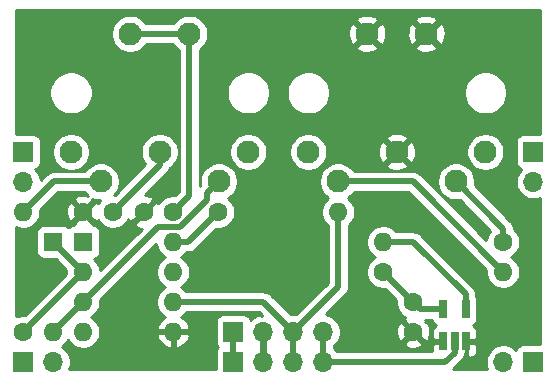
<source format=gbr>
G04 #@! TF.GenerationSoftware,KiCad,Pcbnew,(5.1.5)-3*
G04 #@! TF.CreationDate,2020-09-08T17:50:37-04:00*
G04 #@! TF.ProjectId,breadboard_midi,62726561-6462-46f6-9172-645f6d696469,rev?*
G04 #@! TF.SameCoordinates,Original*
G04 #@! TF.FileFunction,Copper,L1,Top*
G04 #@! TF.FilePolarity,Positive*
%FSLAX46Y46*%
G04 Gerber Fmt 4.6, Leading zero omitted, Abs format (unit mm)*
G04 Created by KiCad (PCBNEW (5.1.5)-3) date 2020-09-08 17:50:37*
%MOMM*%
%LPD*%
G04 APERTURE LIST*
%ADD10O,1.600000X1.600000*%
%ADD11R,1.600000X1.600000*%
%ADD12O,1.700000X1.700000*%
%ADD13R,1.700000X1.700000*%
%ADD14C,1.950000*%
%ADD15R,0.650000X1.560000*%
%ADD16C,1.600000*%
%ADD17C,0.500000*%
%ADD18C,0.254000*%
G04 APERTURE END LIST*
D10*
X129540000Y-111760000D03*
D11*
X129540000Y-104140000D03*
D10*
X139700000Y-104140000D03*
X132080000Y-111760000D03*
X139700000Y-106680000D03*
X132080000Y-109220000D03*
X139700000Y-109220000D03*
X132080000Y-106680000D03*
X139700000Y-111760000D03*
D11*
X132080000Y-104140000D03*
D12*
X129540000Y-114300000D03*
D13*
X127000000Y-114300000D03*
X127000000Y-96520000D03*
D12*
X127000000Y-99060000D03*
D14*
X156130000Y-86520000D03*
X161130000Y-86520000D03*
X166130000Y-96520000D03*
X163630000Y-99020000D03*
X151130000Y-96520000D03*
X153630000Y-99020000D03*
X158630000Y-96520000D03*
D13*
X170180000Y-114300000D03*
D12*
X167640000Y-114300000D03*
X170180000Y-99060000D03*
D13*
X170180000Y-96520000D03*
D15*
X162560000Y-109860000D03*
X164460000Y-109860000D03*
X164460000Y-112560000D03*
X163510000Y-112560000D03*
X162560000Y-112560000D03*
D10*
X167640000Y-106680000D03*
D16*
X157480000Y-106680000D03*
D10*
X157480000Y-104140000D03*
D16*
X167640000Y-104140000D03*
D10*
X127000000Y-101600000D03*
D16*
X127000000Y-111760000D03*
D10*
X153670000Y-101600000D03*
D16*
X143510000Y-101600000D03*
D12*
X152400000Y-111760000D03*
X149860000Y-111760000D03*
X147320000Y-111760000D03*
D13*
X144780000Y-111760000D03*
D12*
X152400000Y-114300000D03*
X149860000Y-114300000D03*
X147320000Y-114300000D03*
D13*
X144780000Y-114300000D03*
D14*
X136050000Y-86520000D03*
X141050000Y-86520000D03*
X146050000Y-96520000D03*
X143550000Y-99020000D03*
X131050000Y-96520000D03*
X133550000Y-99020000D03*
X138550000Y-96520000D03*
D16*
X160020000Y-109260000D03*
X160020000Y-111760000D03*
X137200000Y-101600000D03*
X139700000Y-101600000D03*
X132080000Y-101600000D03*
X134580000Y-101600000D03*
D17*
X147320000Y-114300000D02*
X147320000Y-111760000D01*
X138550000Y-97630000D02*
X138550000Y-96520000D01*
X134580000Y-101600000D02*
X138550000Y-97630000D01*
X136050000Y-86520000D02*
X141050000Y-86520000D01*
X141050000Y-100250000D02*
X141050000Y-86520000D01*
X139700000Y-101600000D02*
X141050000Y-100250000D01*
X157480000Y-106720000D02*
X160020000Y-109260000D01*
X157480000Y-106680000D02*
X157480000Y-106720000D01*
X160620000Y-109860000D02*
X160020000Y-109260000D01*
X162560000Y-109860000D02*
X160620000Y-109860000D01*
X144780000Y-114300000D02*
X144780000Y-111760000D01*
X140970000Y-104140000D02*
X143510000Y-101600000D01*
X139700000Y-104140000D02*
X140970000Y-104140000D01*
X129540000Y-111760000D02*
X132080000Y-109220000D01*
X138410001Y-102889999D02*
X132879999Y-108420001D01*
X142575001Y-100575001D02*
X140260003Y-102889999D01*
X132879999Y-108420001D02*
X132080000Y-109220000D01*
X142575001Y-99994999D02*
X142575001Y-100575001D01*
X140260003Y-102889999D02*
X138410001Y-102889999D01*
X143550000Y-99020000D02*
X142575001Y-99994999D01*
X129540000Y-104140000D02*
X132080000Y-106680000D01*
X127000000Y-111760000D02*
X132080000Y-106680000D01*
X129580000Y-99020000D02*
X133550000Y-99020000D01*
X127000000Y-101600000D02*
X129580000Y-99020000D01*
X167640000Y-103030000D02*
X167640000Y-104140000D01*
X163630000Y-99020000D02*
X167640000Y-103030000D01*
X159980000Y-99020000D02*
X167640000Y-106680000D01*
X153630000Y-99020000D02*
X159980000Y-99020000D01*
X153602081Y-114300000D02*
X152400000Y-114300000D01*
X162735002Y-114300000D02*
X153602081Y-114300000D01*
X163510000Y-113525002D02*
X162735002Y-114300000D01*
X163510000Y-112560000D02*
X163510000Y-113525002D01*
X152400000Y-114300000D02*
X152400000Y-111760000D01*
X149860000Y-111760000D02*
X149860000Y-114300000D01*
X147320000Y-109220000D02*
X149860000Y-111760000D01*
X139700000Y-109220000D02*
X147320000Y-109220000D01*
X153670000Y-107950000D02*
X149860000Y-111760000D01*
X153670000Y-101600000D02*
X153670000Y-107950000D01*
X164460000Y-108580000D02*
X164460000Y-109860000D01*
X160020000Y-104140000D02*
X164460000Y-108580000D01*
X157480000Y-104140000D02*
X160020000Y-104140000D01*
D18*
G36*
X170765000Y-95031928D02*
G01*
X169330000Y-95031928D01*
X169205518Y-95044188D01*
X169085820Y-95080498D01*
X168975506Y-95139463D01*
X168878815Y-95218815D01*
X168799463Y-95315506D01*
X168740498Y-95425820D01*
X168704188Y-95545518D01*
X168691928Y-95670000D01*
X168691928Y-97370000D01*
X168704188Y-97494482D01*
X168740498Y-97614180D01*
X168799463Y-97724494D01*
X168878815Y-97821185D01*
X168975506Y-97900537D01*
X169085820Y-97959502D01*
X169158380Y-97981513D01*
X169026525Y-98113368D01*
X168864010Y-98356589D01*
X168752068Y-98626842D01*
X168695000Y-98913740D01*
X168695000Y-99206260D01*
X168752068Y-99493158D01*
X168864010Y-99763411D01*
X169026525Y-100006632D01*
X169233368Y-100213475D01*
X169476589Y-100375990D01*
X169746842Y-100487932D01*
X170033740Y-100545000D01*
X170326260Y-100545000D01*
X170613158Y-100487932D01*
X170765001Y-100425037D01*
X170765001Y-112811928D01*
X169330000Y-112811928D01*
X169205518Y-112824188D01*
X169085820Y-112860498D01*
X168975506Y-112919463D01*
X168878815Y-112998815D01*
X168799463Y-113095506D01*
X168740498Y-113205820D01*
X168718487Y-113278380D01*
X168586632Y-113146525D01*
X168343411Y-112984010D01*
X168073158Y-112872068D01*
X167786260Y-112815000D01*
X167493740Y-112815000D01*
X167206842Y-112872068D01*
X166936589Y-112984010D01*
X166693368Y-113146525D01*
X166486525Y-113353368D01*
X166324010Y-113596589D01*
X166212068Y-113866842D01*
X166155000Y-114153740D01*
X166155000Y-114446260D01*
X166212068Y-114733158D01*
X166274963Y-114885000D01*
X163401580Y-114885000D01*
X164105049Y-114181532D01*
X164138817Y-114153819D01*
X164249411Y-114019061D01*
X164330773Y-113866842D01*
X164331589Y-113865316D01*
X164382195Y-113698492D01*
X164386440Y-113655388D01*
X164424502Y-113584180D01*
X164460812Y-113464482D01*
X164473072Y-113340000D01*
X164473072Y-112687000D01*
X164587000Y-112687000D01*
X164587000Y-113816250D01*
X164745750Y-113975000D01*
X164785000Y-113978072D01*
X164909482Y-113965812D01*
X165029180Y-113929502D01*
X165139494Y-113870537D01*
X165236185Y-113791185D01*
X165315537Y-113694494D01*
X165374502Y-113584180D01*
X165410812Y-113464482D01*
X165423072Y-113340000D01*
X165420000Y-112845750D01*
X165261250Y-112687000D01*
X164587000Y-112687000D01*
X164473072Y-112687000D01*
X164473072Y-112413000D01*
X164587000Y-112413000D01*
X164587000Y-112433000D01*
X165261250Y-112433000D01*
X165420000Y-112274250D01*
X165423072Y-111780000D01*
X165410812Y-111655518D01*
X165374502Y-111535820D01*
X165315537Y-111425506D01*
X165236185Y-111328815D01*
X165139494Y-111249463D01*
X165065665Y-111210000D01*
X165139494Y-111170537D01*
X165236185Y-111091185D01*
X165315537Y-110994494D01*
X165374502Y-110884180D01*
X165410812Y-110764482D01*
X165423072Y-110640000D01*
X165423072Y-109080000D01*
X165410812Y-108955518D01*
X165374502Y-108835820D01*
X165345000Y-108780627D01*
X165345000Y-108623465D01*
X165349281Y-108579999D01*
X165345000Y-108536533D01*
X165345000Y-108536523D01*
X165332195Y-108406510D01*
X165281589Y-108239687D01*
X165199411Y-108085941D01*
X165088817Y-107951183D01*
X165055050Y-107923472D01*
X160676532Y-103544954D01*
X160648817Y-103511183D01*
X160514059Y-103400589D01*
X160360313Y-103318411D01*
X160193490Y-103267805D01*
X160063477Y-103255000D01*
X160063469Y-103255000D01*
X160020000Y-103250719D01*
X159976531Y-103255000D01*
X158614521Y-103255000D01*
X158594637Y-103225241D01*
X158394759Y-103025363D01*
X158159727Y-102868320D01*
X157898574Y-102760147D01*
X157621335Y-102705000D01*
X157338665Y-102705000D01*
X157061426Y-102760147D01*
X156800273Y-102868320D01*
X156565241Y-103025363D01*
X156365363Y-103225241D01*
X156208320Y-103460273D01*
X156100147Y-103721426D01*
X156045000Y-103998665D01*
X156045000Y-104281335D01*
X156100147Y-104558574D01*
X156208320Y-104819727D01*
X156365363Y-105054759D01*
X156565241Y-105254637D01*
X156797759Y-105410000D01*
X156565241Y-105565363D01*
X156365363Y-105765241D01*
X156208320Y-106000273D01*
X156100147Y-106261426D01*
X156045000Y-106538665D01*
X156045000Y-106821335D01*
X156100147Y-107098574D01*
X156208320Y-107359727D01*
X156365363Y-107594759D01*
X156565241Y-107794637D01*
X156800273Y-107951680D01*
X157061426Y-108059853D01*
X157338665Y-108115000D01*
X157621335Y-108115000D01*
X157623075Y-108114654D01*
X158591983Y-109083561D01*
X158585000Y-109118665D01*
X158585000Y-109401335D01*
X158640147Y-109678574D01*
X158748320Y-109939727D01*
X158905363Y-110174759D01*
X159105241Y-110374637D01*
X159305869Y-110508692D01*
X159278486Y-110523329D01*
X159206903Y-110767298D01*
X160020000Y-111580395D01*
X160034143Y-111566253D01*
X160213748Y-111745858D01*
X160199605Y-111760000D01*
X161012702Y-112573097D01*
X161256671Y-112501514D01*
X161377571Y-112246004D01*
X161446300Y-111971816D01*
X161460217Y-111689488D01*
X161418787Y-111409870D01*
X161323603Y-111143708D01*
X161256671Y-111018486D01*
X161012704Y-110946903D01*
X161128977Y-110830630D01*
X161043347Y-110745000D01*
X161607269Y-110745000D01*
X161609188Y-110764482D01*
X161645498Y-110884180D01*
X161704463Y-110994494D01*
X161783815Y-111091185D01*
X161880506Y-111170537D01*
X161954335Y-111210000D01*
X161880506Y-111249463D01*
X161783815Y-111328815D01*
X161704463Y-111425506D01*
X161645498Y-111535820D01*
X161609188Y-111655518D01*
X161596928Y-111780000D01*
X161600000Y-112274250D01*
X161758750Y-112433000D01*
X162433000Y-112433000D01*
X162433000Y-112413000D01*
X162546928Y-112413000D01*
X162546928Y-112707000D01*
X162433000Y-112707000D01*
X162433000Y-112687000D01*
X161758750Y-112687000D01*
X161600000Y-112845750D01*
X161596928Y-113340000D01*
X161604315Y-113415000D01*
X153594656Y-113415000D01*
X153553475Y-113353368D01*
X153346632Y-113146525D01*
X153285000Y-113105344D01*
X153285000Y-112954656D01*
X153346632Y-112913475D01*
X153507405Y-112752702D01*
X159206903Y-112752702D01*
X159278486Y-112996671D01*
X159533996Y-113117571D01*
X159808184Y-113186300D01*
X160090512Y-113200217D01*
X160370130Y-113158787D01*
X160636292Y-113063603D01*
X160761514Y-112996671D01*
X160833097Y-112752702D01*
X160020000Y-111939605D01*
X159206903Y-112752702D01*
X153507405Y-112752702D01*
X153553475Y-112706632D01*
X153715990Y-112463411D01*
X153827932Y-112193158D01*
X153885000Y-111906260D01*
X153885000Y-111830512D01*
X158579783Y-111830512D01*
X158621213Y-112110130D01*
X158716397Y-112376292D01*
X158783329Y-112501514D01*
X159027298Y-112573097D01*
X159840395Y-111760000D01*
X159027298Y-110946903D01*
X158783329Y-111018486D01*
X158662429Y-111273996D01*
X158593700Y-111548184D01*
X158579783Y-111830512D01*
X153885000Y-111830512D01*
X153885000Y-111613740D01*
X153827932Y-111326842D01*
X153715990Y-111056589D01*
X153553475Y-110813368D01*
X153346632Y-110606525D01*
X153103411Y-110444010D01*
X152833158Y-110332068D01*
X152588230Y-110283348D01*
X154265049Y-108606530D01*
X154298817Y-108578817D01*
X154333527Y-108536524D01*
X154409411Y-108444059D01*
X154491589Y-108290314D01*
X154542195Y-108123490D01*
X154546509Y-108079688D01*
X154555000Y-107993477D01*
X154555000Y-107993469D01*
X154559281Y-107950000D01*
X154555000Y-107906531D01*
X154555000Y-102734521D01*
X154584759Y-102714637D01*
X154784637Y-102514759D01*
X154941680Y-102279727D01*
X155049853Y-102018574D01*
X155105000Y-101741335D01*
X155105000Y-101458665D01*
X155049853Y-101181426D01*
X154941680Y-100920273D01*
X154784637Y-100685241D01*
X154584759Y-100485363D01*
X154459805Y-100401872D01*
X154656315Y-100270569D01*
X154880569Y-100046315D01*
X154974992Y-99905000D01*
X159613422Y-99905000D01*
X166211983Y-106503562D01*
X166205000Y-106538665D01*
X166205000Y-106821335D01*
X166260147Y-107098574D01*
X166368320Y-107359727D01*
X166525363Y-107594759D01*
X166725241Y-107794637D01*
X166960273Y-107951680D01*
X167221426Y-108059853D01*
X167498665Y-108115000D01*
X167781335Y-108115000D01*
X168058574Y-108059853D01*
X168319727Y-107951680D01*
X168554759Y-107794637D01*
X168754637Y-107594759D01*
X168911680Y-107359727D01*
X169019853Y-107098574D01*
X169075000Y-106821335D01*
X169075000Y-106538665D01*
X169019853Y-106261426D01*
X168911680Y-106000273D01*
X168754637Y-105765241D01*
X168554759Y-105565363D01*
X168322241Y-105410000D01*
X168554759Y-105254637D01*
X168754637Y-105054759D01*
X168911680Y-104819727D01*
X169019853Y-104558574D01*
X169075000Y-104281335D01*
X169075000Y-103998665D01*
X169019853Y-103721426D01*
X168911680Y-103460273D01*
X168754637Y-103225241D01*
X168554759Y-103025363D01*
X168526997Y-103006813D01*
X168525000Y-102986533D01*
X168525000Y-102986523D01*
X168512195Y-102856510D01*
X168461589Y-102689687D01*
X168379411Y-102535941D01*
X168268817Y-102401183D01*
X168235050Y-102373472D01*
X165206843Y-99345265D01*
X165240000Y-99178571D01*
X165240000Y-98861429D01*
X165178129Y-98550380D01*
X165056763Y-98257379D01*
X164880569Y-97993685D01*
X164656315Y-97769431D01*
X164392621Y-97593237D01*
X164099620Y-97471871D01*
X163788571Y-97410000D01*
X163471429Y-97410000D01*
X163160380Y-97471871D01*
X162867379Y-97593237D01*
X162603685Y-97769431D01*
X162379431Y-97993685D01*
X162203237Y-98257379D01*
X162081871Y-98550380D01*
X162020000Y-98861429D01*
X162020000Y-99178571D01*
X162081871Y-99489620D01*
X162203237Y-99782621D01*
X162379431Y-100046315D01*
X162603685Y-100270569D01*
X162867379Y-100446763D01*
X163160380Y-100568129D01*
X163471429Y-100630000D01*
X163788571Y-100630000D01*
X163955265Y-100596843D01*
X166554513Y-103196091D01*
X166525363Y-103225241D01*
X166368320Y-103460273D01*
X166260147Y-103721426D01*
X166205870Y-103994291D01*
X160636534Y-98424956D01*
X160608817Y-98391183D01*
X160474059Y-98280589D01*
X160320313Y-98198411D01*
X160153490Y-98147805D01*
X160023477Y-98135000D01*
X160023469Y-98135000D01*
X159980000Y-98130719D01*
X159936531Y-98135000D01*
X158704714Y-98135000D01*
X159007733Y-98093074D01*
X159307367Y-97989156D01*
X159475234Y-97899429D01*
X159567979Y-97637584D01*
X158630000Y-96699605D01*
X157692021Y-97637584D01*
X157784766Y-97899429D01*
X158070120Y-98037820D01*
X158376990Y-98117883D01*
X158667451Y-98135000D01*
X154974992Y-98135000D01*
X154880569Y-97993685D01*
X154656315Y-97769431D01*
X154392621Y-97593237D01*
X154099620Y-97471871D01*
X153788571Y-97410000D01*
X153471429Y-97410000D01*
X153160380Y-97471871D01*
X152867379Y-97593237D01*
X152603685Y-97769431D01*
X152379431Y-97993685D01*
X152203237Y-98257379D01*
X152081871Y-98550380D01*
X152020000Y-98861429D01*
X152020000Y-99178571D01*
X152081871Y-99489620D01*
X152203237Y-99782621D01*
X152379431Y-100046315D01*
X152603685Y-100270569D01*
X152840195Y-100428599D01*
X152755241Y-100485363D01*
X152555363Y-100685241D01*
X152398320Y-100920273D01*
X152290147Y-101181426D01*
X152235000Y-101458665D01*
X152235000Y-101741335D01*
X152290147Y-102018574D01*
X152398320Y-102279727D01*
X152555363Y-102514759D01*
X152755241Y-102714637D01*
X152785000Y-102734521D01*
X152785001Y-107583420D01*
X150078961Y-110289461D01*
X150006260Y-110275000D01*
X149713740Y-110275000D01*
X149641040Y-110289461D01*
X147976532Y-108624954D01*
X147948817Y-108591183D01*
X147814059Y-108480589D01*
X147660313Y-108398411D01*
X147493490Y-108347805D01*
X147363477Y-108335000D01*
X147363469Y-108335000D01*
X147320000Y-108330719D01*
X147276531Y-108335000D01*
X140834521Y-108335000D01*
X140814637Y-108305241D01*
X140614759Y-108105363D01*
X140382241Y-107950000D01*
X140614759Y-107794637D01*
X140814637Y-107594759D01*
X140971680Y-107359727D01*
X141079853Y-107098574D01*
X141135000Y-106821335D01*
X141135000Y-106538665D01*
X141079853Y-106261426D01*
X140971680Y-106000273D01*
X140814637Y-105765241D01*
X140614759Y-105565363D01*
X140382241Y-105410000D01*
X140614759Y-105254637D01*
X140814637Y-105054759D01*
X140834521Y-105025000D01*
X140926531Y-105025000D01*
X140970000Y-105029281D01*
X141013469Y-105025000D01*
X141013477Y-105025000D01*
X141143490Y-105012195D01*
X141310313Y-104961589D01*
X141464059Y-104879411D01*
X141598817Y-104768817D01*
X141626534Y-104735044D01*
X143333561Y-103028017D01*
X143368665Y-103035000D01*
X143651335Y-103035000D01*
X143928574Y-102979853D01*
X144189727Y-102871680D01*
X144424759Y-102714637D01*
X144624637Y-102514759D01*
X144781680Y-102279727D01*
X144889853Y-102018574D01*
X144945000Y-101741335D01*
X144945000Y-101458665D01*
X144889853Y-101181426D01*
X144781680Y-100920273D01*
X144624637Y-100685241D01*
X144424759Y-100485363D01*
X144339805Y-100428599D01*
X144576315Y-100270569D01*
X144800569Y-100046315D01*
X144976763Y-99782621D01*
X145098129Y-99489620D01*
X145160000Y-99178571D01*
X145160000Y-98861429D01*
X145098129Y-98550380D01*
X144976763Y-98257379D01*
X144800569Y-97993685D01*
X144576315Y-97769431D01*
X144312621Y-97593237D01*
X144019620Y-97471871D01*
X143708571Y-97410000D01*
X143391429Y-97410000D01*
X143080380Y-97471871D01*
X142787379Y-97593237D01*
X142523685Y-97769431D01*
X142299431Y-97993685D01*
X142123237Y-98257379D01*
X142001871Y-98550380D01*
X141940000Y-98861429D01*
X141940000Y-99178571D01*
X141972949Y-99344217D01*
X141946184Y-99366182D01*
X141935000Y-99379810D01*
X141935000Y-96361429D01*
X144440000Y-96361429D01*
X144440000Y-96678571D01*
X144501871Y-96989620D01*
X144623237Y-97282621D01*
X144799431Y-97546315D01*
X145023685Y-97770569D01*
X145287379Y-97946763D01*
X145580380Y-98068129D01*
X145891429Y-98130000D01*
X146208571Y-98130000D01*
X146519620Y-98068129D01*
X146812621Y-97946763D01*
X147076315Y-97770569D01*
X147300569Y-97546315D01*
X147476763Y-97282621D01*
X147598129Y-96989620D01*
X147660000Y-96678571D01*
X147660000Y-96361429D01*
X149520000Y-96361429D01*
X149520000Y-96678571D01*
X149581871Y-96989620D01*
X149703237Y-97282621D01*
X149879431Y-97546315D01*
X150103685Y-97770569D01*
X150367379Y-97946763D01*
X150660380Y-98068129D01*
X150971429Y-98130000D01*
X151288571Y-98130000D01*
X151599620Y-98068129D01*
X151892621Y-97946763D01*
X152156315Y-97770569D01*
X152380569Y-97546315D01*
X152556763Y-97282621D01*
X152678129Y-96989620D01*
X152740000Y-96678571D01*
X152740000Y-96583584D01*
X157013460Y-96583584D01*
X157056926Y-96897733D01*
X157160844Y-97197367D01*
X157250571Y-97365234D01*
X157512416Y-97457979D01*
X158450395Y-96520000D01*
X158809605Y-96520000D01*
X159747584Y-97457979D01*
X160009429Y-97365234D01*
X160147820Y-97079880D01*
X160227883Y-96773010D01*
X160246540Y-96456416D01*
X160233398Y-96361429D01*
X164520000Y-96361429D01*
X164520000Y-96678571D01*
X164581871Y-96989620D01*
X164703237Y-97282621D01*
X164879431Y-97546315D01*
X165103685Y-97770569D01*
X165367379Y-97946763D01*
X165660380Y-98068129D01*
X165971429Y-98130000D01*
X166288571Y-98130000D01*
X166599620Y-98068129D01*
X166892621Y-97946763D01*
X167156315Y-97770569D01*
X167380569Y-97546315D01*
X167556763Y-97282621D01*
X167678129Y-96989620D01*
X167740000Y-96678571D01*
X167740000Y-96361429D01*
X167678129Y-96050380D01*
X167556763Y-95757379D01*
X167380569Y-95493685D01*
X167156315Y-95269431D01*
X166892621Y-95093237D01*
X166599620Y-94971871D01*
X166288571Y-94910000D01*
X165971429Y-94910000D01*
X165660380Y-94971871D01*
X165367379Y-95093237D01*
X165103685Y-95269431D01*
X164879431Y-95493685D01*
X164703237Y-95757379D01*
X164581871Y-96050380D01*
X164520000Y-96361429D01*
X160233398Y-96361429D01*
X160203074Y-96142267D01*
X160099156Y-95842633D01*
X160009429Y-95674766D01*
X159747584Y-95582021D01*
X158809605Y-96520000D01*
X158450395Y-96520000D01*
X157512416Y-95582021D01*
X157250571Y-95674766D01*
X157112180Y-95960120D01*
X157032117Y-96266990D01*
X157013460Y-96583584D01*
X152740000Y-96583584D01*
X152740000Y-96361429D01*
X152678129Y-96050380D01*
X152556763Y-95757379D01*
X152380569Y-95493685D01*
X152289300Y-95402416D01*
X157692021Y-95402416D01*
X158630000Y-96340395D01*
X159567979Y-95402416D01*
X159475234Y-95140571D01*
X159189880Y-95002180D01*
X158883010Y-94922117D01*
X158566416Y-94903460D01*
X158252267Y-94946926D01*
X157952633Y-95050844D01*
X157784766Y-95140571D01*
X157692021Y-95402416D01*
X152289300Y-95402416D01*
X152156315Y-95269431D01*
X151892621Y-95093237D01*
X151599620Y-94971871D01*
X151288571Y-94910000D01*
X150971429Y-94910000D01*
X150660380Y-94971871D01*
X150367379Y-95093237D01*
X150103685Y-95269431D01*
X149879431Y-95493685D01*
X149703237Y-95757379D01*
X149581871Y-96050380D01*
X149520000Y-96361429D01*
X147660000Y-96361429D01*
X147598129Y-96050380D01*
X147476763Y-95757379D01*
X147300569Y-95493685D01*
X147076315Y-95269431D01*
X146812621Y-95093237D01*
X146519620Y-94971871D01*
X146208571Y-94910000D01*
X145891429Y-94910000D01*
X145580380Y-94971871D01*
X145287379Y-95093237D01*
X145023685Y-95269431D01*
X144799431Y-95493685D01*
X144623237Y-95757379D01*
X144501871Y-96050380D01*
X144440000Y-96361429D01*
X141935000Y-96361429D01*
X141935000Y-91339268D01*
X144215000Y-91339268D01*
X144215000Y-91700732D01*
X144285518Y-92055250D01*
X144423844Y-92389199D01*
X144624662Y-92689744D01*
X144880256Y-92945338D01*
X145180801Y-93146156D01*
X145514750Y-93284482D01*
X145869268Y-93355000D01*
X146230732Y-93355000D01*
X146585250Y-93284482D01*
X146919199Y-93146156D01*
X147219744Y-92945338D01*
X147475338Y-92689744D01*
X147676156Y-92389199D01*
X147814482Y-92055250D01*
X147885000Y-91700732D01*
X147885000Y-91339268D01*
X149295000Y-91339268D01*
X149295000Y-91700732D01*
X149365518Y-92055250D01*
X149503844Y-92389199D01*
X149704662Y-92689744D01*
X149960256Y-92945338D01*
X150260801Y-93146156D01*
X150594750Y-93284482D01*
X150949268Y-93355000D01*
X151310732Y-93355000D01*
X151665250Y-93284482D01*
X151999199Y-93146156D01*
X152299744Y-92945338D01*
X152555338Y-92689744D01*
X152756156Y-92389199D01*
X152894482Y-92055250D01*
X152965000Y-91700732D01*
X152965000Y-91339268D01*
X164295000Y-91339268D01*
X164295000Y-91700732D01*
X164365518Y-92055250D01*
X164503844Y-92389199D01*
X164704662Y-92689744D01*
X164960256Y-92945338D01*
X165260801Y-93146156D01*
X165594750Y-93284482D01*
X165949268Y-93355000D01*
X166310732Y-93355000D01*
X166665250Y-93284482D01*
X166999199Y-93146156D01*
X167299744Y-92945338D01*
X167555338Y-92689744D01*
X167756156Y-92389199D01*
X167894482Y-92055250D01*
X167965000Y-91700732D01*
X167965000Y-91339268D01*
X167894482Y-90984750D01*
X167756156Y-90650801D01*
X167555338Y-90350256D01*
X167299744Y-90094662D01*
X166999199Y-89893844D01*
X166665250Y-89755518D01*
X166310732Y-89685000D01*
X165949268Y-89685000D01*
X165594750Y-89755518D01*
X165260801Y-89893844D01*
X164960256Y-90094662D01*
X164704662Y-90350256D01*
X164503844Y-90650801D01*
X164365518Y-90984750D01*
X164295000Y-91339268D01*
X152965000Y-91339268D01*
X152894482Y-90984750D01*
X152756156Y-90650801D01*
X152555338Y-90350256D01*
X152299744Y-90094662D01*
X151999199Y-89893844D01*
X151665250Y-89755518D01*
X151310732Y-89685000D01*
X150949268Y-89685000D01*
X150594750Y-89755518D01*
X150260801Y-89893844D01*
X149960256Y-90094662D01*
X149704662Y-90350256D01*
X149503844Y-90650801D01*
X149365518Y-90984750D01*
X149295000Y-91339268D01*
X147885000Y-91339268D01*
X147814482Y-90984750D01*
X147676156Y-90650801D01*
X147475338Y-90350256D01*
X147219744Y-90094662D01*
X146919199Y-89893844D01*
X146585250Y-89755518D01*
X146230732Y-89685000D01*
X145869268Y-89685000D01*
X145514750Y-89755518D01*
X145180801Y-89893844D01*
X144880256Y-90094662D01*
X144624662Y-90350256D01*
X144423844Y-90650801D01*
X144285518Y-90984750D01*
X144215000Y-91339268D01*
X141935000Y-91339268D01*
X141935000Y-87864992D01*
X142076315Y-87770569D01*
X142209300Y-87637584D01*
X155192021Y-87637584D01*
X155284766Y-87899429D01*
X155570120Y-88037820D01*
X155876990Y-88117883D01*
X156193584Y-88136540D01*
X156507733Y-88093074D01*
X156807367Y-87989156D01*
X156975234Y-87899429D01*
X157067979Y-87637584D01*
X160192021Y-87637584D01*
X160284766Y-87899429D01*
X160570120Y-88037820D01*
X160876990Y-88117883D01*
X161193584Y-88136540D01*
X161507733Y-88093074D01*
X161807367Y-87989156D01*
X161975234Y-87899429D01*
X162067979Y-87637584D01*
X161130000Y-86699605D01*
X160192021Y-87637584D01*
X157067979Y-87637584D01*
X156130000Y-86699605D01*
X155192021Y-87637584D01*
X142209300Y-87637584D01*
X142300569Y-87546315D01*
X142476763Y-87282621D01*
X142598129Y-86989620D01*
X142660000Y-86678571D01*
X142660000Y-86583584D01*
X154513460Y-86583584D01*
X154556926Y-86897733D01*
X154660844Y-87197367D01*
X154750571Y-87365234D01*
X155012416Y-87457979D01*
X155950395Y-86520000D01*
X156309605Y-86520000D01*
X157247584Y-87457979D01*
X157509429Y-87365234D01*
X157647820Y-87079880D01*
X157727883Y-86773010D01*
X157739045Y-86583584D01*
X159513460Y-86583584D01*
X159556926Y-86897733D01*
X159660844Y-87197367D01*
X159750571Y-87365234D01*
X160012416Y-87457979D01*
X160950395Y-86520000D01*
X161309605Y-86520000D01*
X162247584Y-87457979D01*
X162509429Y-87365234D01*
X162647820Y-87079880D01*
X162727883Y-86773010D01*
X162746540Y-86456416D01*
X162703074Y-86142267D01*
X162599156Y-85842633D01*
X162509429Y-85674766D01*
X162247584Y-85582021D01*
X161309605Y-86520000D01*
X160950395Y-86520000D01*
X160012416Y-85582021D01*
X159750571Y-85674766D01*
X159612180Y-85960120D01*
X159532117Y-86266990D01*
X159513460Y-86583584D01*
X157739045Y-86583584D01*
X157746540Y-86456416D01*
X157703074Y-86142267D01*
X157599156Y-85842633D01*
X157509429Y-85674766D01*
X157247584Y-85582021D01*
X156309605Y-86520000D01*
X155950395Y-86520000D01*
X155012416Y-85582021D01*
X154750571Y-85674766D01*
X154612180Y-85960120D01*
X154532117Y-86266990D01*
X154513460Y-86583584D01*
X142660000Y-86583584D01*
X142660000Y-86361429D01*
X142598129Y-86050380D01*
X142476763Y-85757379D01*
X142300569Y-85493685D01*
X142209300Y-85402416D01*
X155192021Y-85402416D01*
X156130000Y-86340395D01*
X157067979Y-85402416D01*
X160192021Y-85402416D01*
X161130000Y-86340395D01*
X162067979Y-85402416D01*
X161975234Y-85140571D01*
X161689880Y-85002180D01*
X161383010Y-84922117D01*
X161066416Y-84903460D01*
X160752267Y-84946926D01*
X160452633Y-85050844D01*
X160284766Y-85140571D01*
X160192021Y-85402416D01*
X157067979Y-85402416D01*
X156975234Y-85140571D01*
X156689880Y-85002180D01*
X156383010Y-84922117D01*
X156066416Y-84903460D01*
X155752267Y-84946926D01*
X155452633Y-85050844D01*
X155284766Y-85140571D01*
X155192021Y-85402416D01*
X142209300Y-85402416D01*
X142076315Y-85269431D01*
X141812621Y-85093237D01*
X141519620Y-84971871D01*
X141208571Y-84910000D01*
X140891429Y-84910000D01*
X140580380Y-84971871D01*
X140287379Y-85093237D01*
X140023685Y-85269431D01*
X139799431Y-85493685D01*
X139705008Y-85635000D01*
X137394992Y-85635000D01*
X137300569Y-85493685D01*
X137076315Y-85269431D01*
X136812621Y-85093237D01*
X136519620Y-84971871D01*
X136208571Y-84910000D01*
X135891429Y-84910000D01*
X135580380Y-84971871D01*
X135287379Y-85093237D01*
X135023685Y-85269431D01*
X134799431Y-85493685D01*
X134623237Y-85757379D01*
X134501871Y-86050380D01*
X134440000Y-86361429D01*
X134440000Y-86678571D01*
X134501871Y-86989620D01*
X134623237Y-87282621D01*
X134799431Y-87546315D01*
X135023685Y-87770569D01*
X135287379Y-87946763D01*
X135580380Y-88068129D01*
X135891429Y-88130000D01*
X136208571Y-88130000D01*
X136519620Y-88068129D01*
X136812621Y-87946763D01*
X137076315Y-87770569D01*
X137300569Y-87546315D01*
X137394992Y-87405000D01*
X139705008Y-87405000D01*
X139799431Y-87546315D01*
X140023685Y-87770569D01*
X140165001Y-87864993D01*
X140165000Y-99883421D01*
X139876439Y-100171983D01*
X139841335Y-100165000D01*
X139558665Y-100165000D01*
X139281426Y-100220147D01*
X139020273Y-100328320D01*
X138785241Y-100485363D01*
X138585363Y-100685241D01*
X138451308Y-100885869D01*
X138436671Y-100858486D01*
X138192702Y-100786903D01*
X137379605Y-101600000D01*
X137393748Y-101614143D01*
X137214143Y-101793748D01*
X137200000Y-101779605D01*
X136386903Y-102592702D01*
X136458486Y-102836671D01*
X136713996Y-102957571D01*
X136988184Y-103026300D01*
X137020527Y-103027894D01*
X133514130Y-106534292D01*
X133459853Y-106261426D01*
X133351680Y-106000273D01*
X133194637Y-105765241D01*
X132996039Y-105566643D01*
X133004482Y-105565812D01*
X133124180Y-105529502D01*
X133234494Y-105470537D01*
X133331185Y-105391185D01*
X133410537Y-105294494D01*
X133469502Y-105184180D01*
X133505812Y-105064482D01*
X133518072Y-104940000D01*
X133518072Y-103340000D01*
X133505812Y-103215518D01*
X133469502Y-103095820D01*
X133410537Y-102985506D01*
X133331185Y-102888815D01*
X133234494Y-102809463D01*
X133124180Y-102750498D01*
X133004482Y-102714188D01*
X132880000Y-102701928D01*
X132861049Y-102701928D01*
X132893097Y-102592702D01*
X132080000Y-101779605D01*
X131266903Y-102592702D01*
X131298951Y-102701928D01*
X131280000Y-102701928D01*
X131155518Y-102714188D01*
X131035820Y-102750498D01*
X130925506Y-102809463D01*
X130828815Y-102888815D01*
X130810000Y-102911741D01*
X130791185Y-102888815D01*
X130694494Y-102809463D01*
X130584180Y-102750498D01*
X130464482Y-102714188D01*
X130340000Y-102701928D01*
X128740000Y-102701928D01*
X128615518Y-102714188D01*
X128495820Y-102750498D01*
X128385506Y-102809463D01*
X128288815Y-102888815D01*
X128209463Y-102985506D01*
X128150498Y-103095820D01*
X128114188Y-103215518D01*
X128101928Y-103340000D01*
X128101928Y-104940000D01*
X128114188Y-105064482D01*
X128150498Y-105184180D01*
X128209463Y-105294494D01*
X128288815Y-105391185D01*
X128385506Y-105470537D01*
X128495820Y-105529502D01*
X128615518Y-105565812D01*
X128740000Y-105578072D01*
X129726494Y-105578072D01*
X130651983Y-106503561D01*
X130645000Y-106538665D01*
X130645000Y-106821335D01*
X130651983Y-106856439D01*
X127176439Y-110331983D01*
X127141335Y-110325000D01*
X126858665Y-110325000D01*
X126581426Y-110380147D01*
X126415000Y-110449083D01*
X126415000Y-102910917D01*
X126581426Y-102979853D01*
X126858665Y-103035000D01*
X127141335Y-103035000D01*
X127418574Y-102979853D01*
X127679727Y-102871680D01*
X127914759Y-102714637D01*
X128114637Y-102514759D01*
X128271680Y-102279727D01*
X128379853Y-102018574D01*
X128435000Y-101741335D01*
X128435000Y-101670512D01*
X130639783Y-101670512D01*
X130681213Y-101950130D01*
X130776397Y-102216292D01*
X130843329Y-102341514D01*
X131087298Y-102413097D01*
X131900395Y-101600000D01*
X131087298Y-100786903D01*
X130843329Y-100858486D01*
X130722429Y-101113996D01*
X130653700Y-101388184D01*
X130639783Y-101670512D01*
X128435000Y-101670512D01*
X128435000Y-101458665D01*
X128428017Y-101423561D01*
X129946579Y-99905000D01*
X132205008Y-99905000D01*
X132299431Y-100046315D01*
X132471975Y-100218859D01*
X132291816Y-100173700D01*
X132009488Y-100159783D01*
X131729870Y-100201213D01*
X131463708Y-100296397D01*
X131338486Y-100363329D01*
X131266903Y-100607298D01*
X132080000Y-101420395D01*
X132893097Y-100607298D01*
X132854104Y-100474402D01*
X133080380Y-100568129D01*
X133391429Y-100630000D01*
X133520604Y-100630000D01*
X133465363Y-100685241D01*
X133331308Y-100885869D01*
X133316671Y-100858486D01*
X133072702Y-100786903D01*
X132259605Y-101600000D01*
X133072702Y-102413097D01*
X133316671Y-102341514D01*
X133330324Y-102312659D01*
X133465363Y-102514759D01*
X133665241Y-102714637D01*
X133900273Y-102871680D01*
X134161426Y-102979853D01*
X134438665Y-103035000D01*
X134721335Y-103035000D01*
X134998574Y-102979853D01*
X135259727Y-102871680D01*
X135494759Y-102714637D01*
X135694637Y-102514759D01*
X135851680Y-102279727D01*
X135887852Y-102192399D01*
X135896397Y-102216292D01*
X135963329Y-102341514D01*
X136207298Y-102413097D01*
X137020395Y-101600000D01*
X137006253Y-101585858D01*
X137185858Y-101406253D01*
X137200000Y-101420395D01*
X138013097Y-100607298D01*
X137941514Y-100363329D01*
X137686004Y-100242429D01*
X137411816Y-100173700D01*
X137265110Y-100166468D01*
X139145050Y-98286528D01*
X139178817Y-98258817D01*
X139228392Y-98198411D01*
X139289411Y-98124059D01*
X139335506Y-98037820D01*
X139371589Y-97970313D01*
X139395540Y-97891359D01*
X139576315Y-97770569D01*
X139800569Y-97546315D01*
X139976763Y-97282621D01*
X140098129Y-96989620D01*
X140160000Y-96678571D01*
X140160000Y-96361429D01*
X140098129Y-96050380D01*
X139976763Y-95757379D01*
X139800569Y-95493685D01*
X139576315Y-95269431D01*
X139312621Y-95093237D01*
X139019620Y-94971871D01*
X138708571Y-94910000D01*
X138391429Y-94910000D01*
X138080380Y-94971871D01*
X137787379Y-95093237D01*
X137523685Y-95269431D01*
X137299431Y-95493685D01*
X137123237Y-95757379D01*
X137001871Y-96050380D01*
X136940000Y-96361429D01*
X136940000Y-96678571D01*
X137001871Y-96989620D01*
X137123237Y-97282621D01*
X137299431Y-97546315D01*
X137340769Y-97587653D01*
X134756439Y-100171983D01*
X134721335Y-100165000D01*
X134681884Y-100165000D01*
X134800569Y-100046315D01*
X134976763Y-99782621D01*
X135098129Y-99489620D01*
X135160000Y-99178571D01*
X135160000Y-98861429D01*
X135098129Y-98550380D01*
X134976763Y-98257379D01*
X134800569Y-97993685D01*
X134576315Y-97769431D01*
X134312621Y-97593237D01*
X134019620Y-97471871D01*
X133708571Y-97410000D01*
X133391429Y-97410000D01*
X133080380Y-97471871D01*
X132787379Y-97593237D01*
X132523685Y-97769431D01*
X132299431Y-97993685D01*
X132205008Y-98135000D01*
X129623469Y-98135000D01*
X129580000Y-98130719D01*
X129536531Y-98135000D01*
X129536523Y-98135000D01*
X129421306Y-98146348D01*
X129406509Y-98147805D01*
X129355903Y-98163157D01*
X129239687Y-98198411D01*
X129085941Y-98280589D01*
X129085939Y-98280590D01*
X129085940Y-98280590D01*
X128984953Y-98363468D01*
X128984951Y-98363470D01*
X128951183Y-98391183D01*
X128923470Y-98424951D01*
X128476652Y-98871770D01*
X128427932Y-98626842D01*
X128315990Y-98356589D01*
X128153475Y-98113368D01*
X128021620Y-97981513D01*
X128094180Y-97959502D01*
X128204494Y-97900537D01*
X128301185Y-97821185D01*
X128380537Y-97724494D01*
X128439502Y-97614180D01*
X128475812Y-97494482D01*
X128488072Y-97370000D01*
X128488072Y-96361429D01*
X129440000Y-96361429D01*
X129440000Y-96678571D01*
X129501871Y-96989620D01*
X129623237Y-97282621D01*
X129799431Y-97546315D01*
X130023685Y-97770569D01*
X130287379Y-97946763D01*
X130580380Y-98068129D01*
X130891429Y-98130000D01*
X131208571Y-98130000D01*
X131519620Y-98068129D01*
X131812621Y-97946763D01*
X132076315Y-97770569D01*
X132300569Y-97546315D01*
X132476763Y-97282621D01*
X132598129Y-96989620D01*
X132660000Y-96678571D01*
X132660000Y-96361429D01*
X132598129Y-96050380D01*
X132476763Y-95757379D01*
X132300569Y-95493685D01*
X132076315Y-95269431D01*
X131812621Y-95093237D01*
X131519620Y-94971871D01*
X131208571Y-94910000D01*
X130891429Y-94910000D01*
X130580380Y-94971871D01*
X130287379Y-95093237D01*
X130023685Y-95269431D01*
X129799431Y-95493685D01*
X129623237Y-95757379D01*
X129501871Y-96050380D01*
X129440000Y-96361429D01*
X128488072Y-96361429D01*
X128488072Y-95670000D01*
X128475812Y-95545518D01*
X128439502Y-95425820D01*
X128380537Y-95315506D01*
X128301185Y-95218815D01*
X128204494Y-95139463D01*
X128094180Y-95080498D01*
X127974482Y-95044188D01*
X127850000Y-95031928D01*
X126415000Y-95031928D01*
X126415000Y-91339268D01*
X129215000Y-91339268D01*
X129215000Y-91700732D01*
X129285518Y-92055250D01*
X129423844Y-92389199D01*
X129624662Y-92689744D01*
X129880256Y-92945338D01*
X130180801Y-93146156D01*
X130514750Y-93284482D01*
X130869268Y-93355000D01*
X131230732Y-93355000D01*
X131585250Y-93284482D01*
X131919199Y-93146156D01*
X132219744Y-92945338D01*
X132475338Y-92689744D01*
X132676156Y-92389199D01*
X132814482Y-92055250D01*
X132885000Y-91700732D01*
X132885000Y-91339268D01*
X132814482Y-90984750D01*
X132676156Y-90650801D01*
X132475338Y-90350256D01*
X132219744Y-90094662D01*
X131919199Y-89893844D01*
X131585250Y-89755518D01*
X131230732Y-89685000D01*
X130869268Y-89685000D01*
X130514750Y-89755518D01*
X130180801Y-89893844D01*
X129880256Y-90094662D01*
X129624662Y-90350256D01*
X129423844Y-90650801D01*
X129285518Y-90984750D01*
X129215000Y-91339268D01*
X126415000Y-91339268D01*
X126415000Y-84505000D01*
X170765000Y-84505000D01*
X170765000Y-95031928D01*
G37*
X170765000Y-95031928D02*
X169330000Y-95031928D01*
X169205518Y-95044188D01*
X169085820Y-95080498D01*
X168975506Y-95139463D01*
X168878815Y-95218815D01*
X168799463Y-95315506D01*
X168740498Y-95425820D01*
X168704188Y-95545518D01*
X168691928Y-95670000D01*
X168691928Y-97370000D01*
X168704188Y-97494482D01*
X168740498Y-97614180D01*
X168799463Y-97724494D01*
X168878815Y-97821185D01*
X168975506Y-97900537D01*
X169085820Y-97959502D01*
X169158380Y-97981513D01*
X169026525Y-98113368D01*
X168864010Y-98356589D01*
X168752068Y-98626842D01*
X168695000Y-98913740D01*
X168695000Y-99206260D01*
X168752068Y-99493158D01*
X168864010Y-99763411D01*
X169026525Y-100006632D01*
X169233368Y-100213475D01*
X169476589Y-100375990D01*
X169746842Y-100487932D01*
X170033740Y-100545000D01*
X170326260Y-100545000D01*
X170613158Y-100487932D01*
X170765001Y-100425037D01*
X170765001Y-112811928D01*
X169330000Y-112811928D01*
X169205518Y-112824188D01*
X169085820Y-112860498D01*
X168975506Y-112919463D01*
X168878815Y-112998815D01*
X168799463Y-113095506D01*
X168740498Y-113205820D01*
X168718487Y-113278380D01*
X168586632Y-113146525D01*
X168343411Y-112984010D01*
X168073158Y-112872068D01*
X167786260Y-112815000D01*
X167493740Y-112815000D01*
X167206842Y-112872068D01*
X166936589Y-112984010D01*
X166693368Y-113146525D01*
X166486525Y-113353368D01*
X166324010Y-113596589D01*
X166212068Y-113866842D01*
X166155000Y-114153740D01*
X166155000Y-114446260D01*
X166212068Y-114733158D01*
X166274963Y-114885000D01*
X163401580Y-114885000D01*
X164105049Y-114181532D01*
X164138817Y-114153819D01*
X164249411Y-114019061D01*
X164330773Y-113866842D01*
X164331589Y-113865316D01*
X164382195Y-113698492D01*
X164386440Y-113655388D01*
X164424502Y-113584180D01*
X164460812Y-113464482D01*
X164473072Y-113340000D01*
X164473072Y-112687000D01*
X164587000Y-112687000D01*
X164587000Y-113816250D01*
X164745750Y-113975000D01*
X164785000Y-113978072D01*
X164909482Y-113965812D01*
X165029180Y-113929502D01*
X165139494Y-113870537D01*
X165236185Y-113791185D01*
X165315537Y-113694494D01*
X165374502Y-113584180D01*
X165410812Y-113464482D01*
X165423072Y-113340000D01*
X165420000Y-112845750D01*
X165261250Y-112687000D01*
X164587000Y-112687000D01*
X164473072Y-112687000D01*
X164473072Y-112413000D01*
X164587000Y-112413000D01*
X164587000Y-112433000D01*
X165261250Y-112433000D01*
X165420000Y-112274250D01*
X165423072Y-111780000D01*
X165410812Y-111655518D01*
X165374502Y-111535820D01*
X165315537Y-111425506D01*
X165236185Y-111328815D01*
X165139494Y-111249463D01*
X165065665Y-111210000D01*
X165139494Y-111170537D01*
X165236185Y-111091185D01*
X165315537Y-110994494D01*
X165374502Y-110884180D01*
X165410812Y-110764482D01*
X165423072Y-110640000D01*
X165423072Y-109080000D01*
X165410812Y-108955518D01*
X165374502Y-108835820D01*
X165345000Y-108780627D01*
X165345000Y-108623465D01*
X165349281Y-108579999D01*
X165345000Y-108536533D01*
X165345000Y-108536523D01*
X165332195Y-108406510D01*
X165281589Y-108239687D01*
X165199411Y-108085941D01*
X165088817Y-107951183D01*
X165055050Y-107923472D01*
X160676532Y-103544954D01*
X160648817Y-103511183D01*
X160514059Y-103400589D01*
X160360313Y-103318411D01*
X160193490Y-103267805D01*
X160063477Y-103255000D01*
X160063469Y-103255000D01*
X160020000Y-103250719D01*
X159976531Y-103255000D01*
X158614521Y-103255000D01*
X158594637Y-103225241D01*
X158394759Y-103025363D01*
X158159727Y-102868320D01*
X157898574Y-102760147D01*
X157621335Y-102705000D01*
X157338665Y-102705000D01*
X157061426Y-102760147D01*
X156800273Y-102868320D01*
X156565241Y-103025363D01*
X156365363Y-103225241D01*
X156208320Y-103460273D01*
X156100147Y-103721426D01*
X156045000Y-103998665D01*
X156045000Y-104281335D01*
X156100147Y-104558574D01*
X156208320Y-104819727D01*
X156365363Y-105054759D01*
X156565241Y-105254637D01*
X156797759Y-105410000D01*
X156565241Y-105565363D01*
X156365363Y-105765241D01*
X156208320Y-106000273D01*
X156100147Y-106261426D01*
X156045000Y-106538665D01*
X156045000Y-106821335D01*
X156100147Y-107098574D01*
X156208320Y-107359727D01*
X156365363Y-107594759D01*
X156565241Y-107794637D01*
X156800273Y-107951680D01*
X157061426Y-108059853D01*
X157338665Y-108115000D01*
X157621335Y-108115000D01*
X157623075Y-108114654D01*
X158591983Y-109083561D01*
X158585000Y-109118665D01*
X158585000Y-109401335D01*
X158640147Y-109678574D01*
X158748320Y-109939727D01*
X158905363Y-110174759D01*
X159105241Y-110374637D01*
X159305869Y-110508692D01*
X159278486Y-110523329D01*
X159206903Y-110767298D01*
X160020000Y-111580395D01*
X160034143Y-111566253D01*
X160213748Y-111745858D01*
X160199605Y-111760000D01*
X161012702Y-112573097D01*
X161256671Y-112501514D01*
X161377571Y-112246004D01*
X161446300Y-111971816D01*
X161460217Y-111689488D01*
X161418787Y-111409870D01*
X161323603Y-111143708D01*
X161256671Y-111018486D01*
X161012704Y-110946903D01*
X161128977Y-110830630D01*
X161043347Y-110745000D01*
X161607269Y-110745000D01*
X161609188Y-110764482D01*
X161645498Y-110884180D01*
X161704463Y-110994494D01*
X161783815Y-111091185D01*
X161880506Y-111170537D01*
X161954335Y-111210000D01*
X161880506Y-111249463D01*
X161783815Y-111328815D01*
X161704463Y-111425506D01*
X161645498Y-111535820D01*
X161609188Y-111655518D01*
X161596928Y-111780000D01*
X161600000Y-112274250D01*
X161758750Y-112433000D01*
X162433000Y-112433000D01*
X162433000Y-112413000D01*
X162546928Y-112413000D01*
X162546928Y-112707000D01*
X162433000Y-112707000D01*
X162433000Y-112687000D01*
X161758750Y-112687000D01*
X161600000Y-112845750D01*
X161596928Y-113340000D01*
X161604315Y-113415000D01*
X153594656Y-113415000D01*
X153553475Y-113353368D01*
X153346632Y-113146525D01*
X153285000Y-113105344D01*
X153285000Y-112954656D01*
X153346632Y-112913475D01*
X153507405Y-112752702D01*
X159206903Y-112752702D01*
X159278486Y-112996671D01*
X159533996Y-113117571D01*
X159808184Y-113186300D01*
X160090512Y-113200217D01*
X160370130Y-113158787D01*
X160636292Y-113063603D01*
X160761514Y-112996671D01*
X160833097Y-112752702D01*
X160020000Y-111939605D01*
X159206903Y-112752702D01*
X153507405Y-112752702D01*
X153553475Y-112706632D01*
X153715990Y-112463411D01*
X153827932Y-112193158D01*
X153885000Y-111906260D01*
X153885000Y-111830512D01*
X158579783Y-111830512D01*
X158621213Y-112110130D01*
X158716397Y-112376292D01*
X158783329Y-112501514D01*
X159027298Y-112573097D01*
X159840395Y-111760000D01*
X159027298Y-110946903D01*
X158783329Y-111018486D01*
X158662429Y-111273996D01*
X158593700Y-111548184D01*
X158579783Y-111830512D01*
X153885000Y-111830512D01*
X153885000Y-111613740D01*
X153827932Y-111326842D01*
X153715990Y-111056589D01*
X153553475Y-110813368D01*
X153346632Y-110606525D01*
X153103411Y-110444010D01*
X152833158Y-110332068D01*
X152588230Y-110283348D01*
X154265049Y-108606530D01*
X154298817Y-108578817D01*
X154333527Y-108536524D01*
X154409411Y-108444059D01*
X154491589Y-108290314D01*
X154542195Y-108123490D01*
X154546509Y-108079688D01*
X154555000Y-107993477D01*
X154555000Y-107993469D01*
X154559281Y-107950000D01*
X154555000Y-107906531D01*
X154555000Y-102734521D01*
X154584759Y-102714637D01*
X154784637Y-102514759D01*
X154941680Y-102279727D01*
X155049853Y-102018574D01*
X155105000Y-101741335D01*
X155105000Y-101458665D01*
X155049853Y-101181426D01*
X154941680Y-100920273D01*
X154784637Y-100685241D01*
X154584759Y-100485363D01*
X154459805Y-100401872D01*
X154656315Y-100270569D01*
X154880569Y-100046315D01*
X154974992Y-99905000D01*
X159613422Y-99905000D01*
X166211983Y-106503562D01*
X166205000Y-106538665D01*
X166205000Y-106821335D01*
X166260147Y-107098574D01*
X166368320Y-107359727D01*
X166525363Y-107594759D01*
X166725241Y-107794637D01*
X166960273Y-107951680D01*
X167221426Y-108059853D01*
X167498665Y-108115000D01*
X167781335Y-108115000D01*
X168058574Y-108059853D01*
X168319727Y-107951680D01*
X168554759Y-107794637D01*
X168754637Y-107594759D01*
X168911680Y-107359727D01*
X169019853Y-107098574D01*
X169075000Y-106821335D01*
X169075000Y-106538665D01*
X169019853Y-106261426D01*
X168911680Y-106000273D01*
X168754637Y-105765241D01*
X168554759Y-105565363D01*
X168322241Y-105410000D01*
X168554759Y-105254637D01*
X168754637Y-105054759D01*
X168911680Y-104819727D01*
X169019853Y-104558574D01*
X169075000Y-104281335D01*
X169075000Y-103998665D01*
X169019853Y-103721426D01*
X168911680Y-103460273D01*
X168754637Y-103225241D01*
X168554759Y-103025363D01*
X168526997Y-103006813D01*
X168525000Y-102986533D01*
X168525000Y-102986523D01*
X168512195Y-102856510D01*
X168461589Y-102689687D01*
X168379411Y-102535941D01*
X168268817Y-102401183D01*
X168235050Y-102373472D01*
X165206843Y-99345265D01*
X165240000Y-99178571D01*
X165240000Y-98861429D01*
X165178129Y-98550380D01*
X165056763Y-98257379D01*
X164880569Y-97993685D01*
X164656315Y-97769431D01*
X164392621Y-97593237D01*
X164099620Y-97471871D01*
X163788571Y-97410000D01*
X163471429Y-97410000D01*
X163160380Y-97471871D01*
X162867379Y-97593237D01*
X162603685Y-97769431D01*
X162379431Y-97993685D01*
X162203237Y-98257379D01*
X162081871Y-98550380D01*
X162020000Y-98861429D01*
X162020000Y-99178571D01*
X162081871Y-99489620D01*
X162203237Y-99782621D01*
X162379431Y-100046315D01*
X162603685Y-100270569D01*
X162867379Y-100446763D01*
X163160380Y-100568129D01*
X163471429Y-100630000D01*
X163788571Y-100630000D01*
X163955265Y-100596843D01*
X166554513Y-103196091D01*
X166525363Y-103225241D01*
X166368320Y-103460273D01*
X166260147Y-103721426D01*
X166205870Y-103994291D01*
X160636534Y-98424956D01*
X160608817Y-98391183D01*
X160474059Y-98280589D01*
X160320313Y-98198411D01*
X160153490Y-98147805D01*
X160023477Y-98135000D01*
X160023469Y-98135000D01*
X159980000Y-98130719D01*
X159936531Y-98135000D01*
X158704714Y-98135000D01*
X159007733Y-98093074D01*
X159307367Y-97989156D01*
X159475234Y-97899429D01*
X159567979Y-97637584D01*
X158630000Y-96699605D01*
X157692021Y-97637584D01*
X157784766Y-97899429D01*
X158070120Y-98037820D01*
X158376990Y-98117883D01*
X158667451Y-98135000D01*
X154974992Y-98135000D01*
X154880569Y-97993685D01*
X154656315Y-97769431D01*
X154392621Y-97593237D01*
X154099620Y-97471871D01*
X153788571Y-97410000D01*
X153471429Y-97410000D01*
X153160380Y-97471871D01*
X152867379Y-97593237D01*
X152603685Y-97769431D01*
X152379431Y-97993685D01*
X152203237Y-98257379D01*
X152081871Y-98550380D01*
X152020000Y-98861429D01*
X152020000Y-99178571D01*
X152081871Y-99489620D01*
X152203237Y-99782621D01*
X152379431Y-100046315D01*
X152603685Y-100270569D01*
X152840195Y-100428599D01*
X152755241Y-100485363D01*
X152555363Y-100685241D01*
X152398320Y-100920273D01*
X152290147Y-101181426D01*
X152235000Y-101458665D01*
X152235000Y-101741335D01*
X152290147Y-102018574D01*
X152398320Y-102279727D01*
X152555363Y-102514759D01*
X152755241Y-102714637D01*
X152785000Y-102734521D01*
X152785001Y-107583420D01*
X150078961Y-110289461D01*
X150006260Y-110275000D01*
X149713740Y-110275000D01*
X149641040Y-110289461D01*
X147976532Y-108624954D01*
X147948817Y-108591183D01*
X147814059Y-108480589D01*
X147660313Y-108398411D01*
X147493490Y-108347805D01*
X147363477Y-108335000D01*
X147363469Y-108335000D01*
X147320000Y-108330719D01*
X147276531Y-108335000D01*
X140834521Y-108335000D01*
X140814637Y-108305241D01*
X140614759Y-108105363D01*
X140382241Y-107950000D01*
X140614759Y-107794637D01*
X140814637Y-107594759D01*
X140971680Y-107359727D01*
X141079853Y-107098574D01*
X141135000Y-106821335D01*
X141135000Y-106538665D01*
X141079853Y-106261426D01*
X140971680Y-106000273D01*
X140814637Y-105765241D01*
X140614759Y-105565363D01*
X140382241Y-105410000D01*
X140614759Y-105254637D01*
X140814637Y-105054759D01*
X140834521Y-105025000D01*
X140926531Y-105025000D01*
X140970000Y-105029281D01*
X141013469Y-105025000D01*
X141013477Y-105025000D01*
X141143490Y-105012195D01*
X141310313Y-104961589D01*
X141464059Y-104879411D01*
X141598817Y-104768817D01*
X141626534Y-104735044D01*
X143333561Y-103028017D01*
X143368665Y-103035000D01*
X143651335Y-103035000D01*
X143928574Y-102979853D01*
X144189727Y-102871680D01*
X144424759Y-102714637D01*
X144624637Y-102514759D01*
X144781680Y-102279727D01*
X144889853Y-102018574D01*
X144945000Y-101741335D01*
X144945000Y-101458665D01*
X144889853Y-101181426D01*
X144781680Y-100920273D01*
X144624637Y-100685241D01*
X144424759Y-100485363D01*
X144339805Y-100428599D01*
X144576315Y-100270569D01*
X144800569Y-100046315D01*
X144976763Y-99782621D01*
X145098129Y-99489620D01*
X145160000Y-99178571D01*
X145160000Y-98861429D01*
X145098129Y-98550380D01*
X144976763Y-98257379D01*
X144800569Y-97993685D01*
X144576315Y-97769431D01*
X144312621Y-97593237D01*
X144019620Y-97471871D01*
X143708571Y-97410000D01*
X143391429Y-97410000D01*
X143080380Y-97471871D01*
X142787379Y-97593237D01*
X142523685Y-97769431D01*
X142299431Y-97993685D01*
X142123237Y-98257379D01*
X142001871Y-98550380D01*
X141940000Y-98861429D01*
X141940000Y-99178571D01*
X141972949Y-99344217D01*
X141946184Y-99366182D01*
X141935000Y-99379810D01*
X141935000Y-96361429D01*
X144440000Y-96361429D01*
X144440000Y-96678571D01*
X144501871Y-96989620D01*
X144623237Y-97282621D01*
X144799431Y-97546315D01*
X145023685Y-97770569D01*
X145287379Y-97946763D01*
X145580380Y-98068129D01*
X145891429Y-98130000D01*
X146208571Y-98130000D01*
X146519620Y-98068129D01*
X146812621Y-97946763D01*
X147076315Y-97770569D01*
X147300569Y-97546315D01*
X147476763Y-97282621D01*
X147598129Y-96989620D01*
X147660000Y-96678571D01*
X147660000Y-96361429D01*
X149520000Y-96361429D01*
X149520000Y-96678571D01*
X149581871Y-96989620D01*
X149703237Y-97282621D01*
X149879431Y-97546315D01*
X150103685Y-97770569D01*
X150367379Y-97946763D01*
X150660380Y-98068129D01*
X150971429Y-98130000D01*
X151288571Y-98130000D01*
X151599620Y-98068129D01*
X151892621Y-97946763D01*
X152156315Y-97770569D01*
X152380569Y-97546315D01*
X152556763Y-97282621D01*
X152678129Y-96989620D01*
X152740000Y-96678571D01*
X152740000Y-96583584D01*
X157013460Y-96583584D01*
X157056926Y-96897733D01*
X157160844Y-97197367D01*
X157250571Y-97365234D01*
X157512416Y-97457979D01*
X158450395Y-96520000D01*
X158809605Y-96520000D01*
X159747584Y-97457979D01*
X160009429Y-97365234D01*
X160147820Y-97079880D01*
X160227883Y-96773010D01*
X160246540Y-96456416D01*
X160233398Y-96361429D01*
X164520000Y-96361429D01*
X164520000Y-96678571D01*
X164581871Y-96989620D01*
X164703237Y-97282621D01*
X164879431Y-97546315D01*
X165103685Y-97770569D01*
X165367379Y-97946763D01*
X165660380Y-98068129D01*
X165971429Y-98130000D01*
X166288571Y-98130000D01*
X166599620Y-98068129D01*
X166892621Y-97946763D01*
X167156315Y-97770569D01*
X167380569Y-97546315D01*
X167556763Y-97282621D01*
X167678129Y-96989620D01*
X167740000Y-96678571D01*
X167740000Y-96361429D01*
X167678129Y-96050380D01*
X167556763Y-95757379D01*
X167380569Y-95493685D01*
X167156315Y-95269431D01*
X166892621Y-95093237D01*
X166599620Y-94971871D01*
X166288571Y-94910000D01*
X165971429Y-94910000D01*
X165660380Y-94971871D01*
X165367379Y-95093237D01*
X165103685Y-95269431D01*
X164879431Y-95493685D01*
X164703237Y-95757379D01*
X164581871Y-96050380D01*
X164520000Y-96361429D01*
X160233398Y-96361429D01*
X160203074Y-96142267D01*
X160099156Y-95842633D01*
X160009429Y-95674766D01*
X159747584Y-95582021D01*
X158809605Y-96520000D01*
X158450395Y-96520000D01*
X157512416Y-95582021D01*
X157250571Y-95674766D01*
X157112180Y-95960120D01*
X157032117Y-96266990D01*
X157013460Y-96583584D01*
X152740000Y-96583584D01*
X152740000Y-96361429D01*
X152678129Y-96050380D01*
X152556763Y-95757379D01*
X152380569Y-95493685D01*
X152289300Y-95402416D01*
X157692021Y-95402416D01*
X158630000Y-96340395D01*
X159567979Y-95402416D01*
X159475234Y-95140571D01*
X159189880Y-95002180D01*
X158883010Y-94922117D01*
X158566416Y-94903460D01*
X158252267Y-94946926D01*
X157952633Y-95050844D01*
X157784766Y-95140571D01*
X157692021Y-95402416D01*
X152289300Y-95402416D01*
X152156315Y-95269431D01*
X151892621Y-95093237D01*
X151599620Y-94971871D01*
X151288571Y-94910000D01*
X150971429Y-94910000D01*
X150660380Y-94971871D01*
X150367379Y-95093237D01*
X150103685Y-95269431D01*
X149879431Y-95493685D01*
X149703237Y-95757379D01*
X149581871Y-96050380D01*
X149520000Y-96361429D01*
X147660000Y-96361429D01*
X147598129Y-96050380D01*
X147476763Y-95757379D01*
X147300569Y-95493685D01*
X147076315Y-95269431D01*
X146812621Y-95093237D01*
X146519620Y-94971871D01*
X146208571Y-94910000D01*
X145891429Y-94910000D01*
X145580380Y-94971871D01*
X145287379Y-95093237D01*
X145023685Y-95269431D01*
X144799431Y-95493685D01*
X144623237Y-95757379D01*
X144501871Y-96050380D01*
X144440000Y-96361429D01*
X141935000Y-96361429D01*
X141935000Y-91339268D01*
X144215000Y-91339268D01*
X144215000Y-91700732D01*
X144285518Y-92055250D01*
X144423844Y-92389199D01*
X144624662Y-92689744D01*
X144880256Y-92945338D01*
X145180801Y-93146156D01*
X145514750Y-93284482D01*
X145869268Y-93355000D01*
X146230732Y-93355000D01*
X146585250Y-93284482D01*
X146919199Y-93146156D01*
X147219744Y-92945338D01*
X147475338Y-92689744D01*
X147676156Y-92389199D01*
X147814482Y-92055250D01*
X147885000Y-91700732D01*
X147885000Y-91339268D01*
X149295000Y-91339268D01*
X149295000Y-91700732D01*
X149365518Y-92055250D01*
X149503844Y-92389199D01*
X149704662Y-92689744D01*
X149960256Y-92945338D01*
X150260801Y-93146156D01*
X150594750Y-93284482D01*
X150949268Y-93355000D01*
X151310732Y-93355000D01*
X151665250Y-93284482D01*
X151999199Y-93146156D01*
X152299744Y-92945338D01*
X152555338Y-92689744D01*
X152756156Y-92389199D01*
X152894482Y-92055250D01*
X152965000Y-91700732D01*
X152965000Y-91339268D01*
X164295000Y-91339268D01*
X164295000Y-91700732D01*
X164365518Y-92055250D01*
X164503844Y-92389199D01*
X164704662Y-92689744D01*
X164960256Y-92945338D01*
X165260801Y-93146156D01*
X165594750Y-93284482D01*
X165949268Y-93355000D01*
X166310732Y-93355000D01*
X166665250Y-93284482D01*
X166999199Y-93146156D01*
X167299744Y-92945338D01*
X167555338Y-92689744D01*
X167756156Y-92389199D01*
X167894482Y-92055250D01*
X167965000Y-91700732D01*
X167965000Y-91339268D01*
X167894482Y-90984750D01*
X167756156Y-90650801D01*
X167555338Y-90350256D01*
X167299744Y-90094662D01*
X166999199Y-89893844D01*
X166665250Y-89755518D01*
X166310732Y-89685000D01*
X165949268Y-89685000D01*
X165594750Y-89755518D01*
X165260801Y-89893844D01*
X164960256Y-90094662D01*
X164704662Y-90350256D01*
X164503844Y-90650801D01*
X164365518Y-90984750D01*
X164295000Y-91339268D01*
X152965000Y-91339268D01*
X152894482Y-90984750D01*
X152756156Y-90650801D01*
X152555338Y-90350256D01*
X152299744Y-90094662D01*
X151999199Y-89893844D01*
X151665250Y-89755518D01*
X151310732Y-89685000D01*
X150949268Y-89685000D01*
X150594750Y-89755518D01*
X150260801Y-89893844D01*
X149960256Y-90094662D01*
X149704662Y-90350256D01*
X149503844Y-90650801D01*
X149365518Y-90984750D01*
X149295000Y-91339268D01*
X147885000Y-91339268D01*
X147814482Y-90984750D01*
X147676156Y-90650801D01*
X147475338Y-90350256D01*
X147219744Y-90094662D01*
X146919199Y-89893844D01*
X146585250Y-89755518D01*
X146230732Y-89685000D01*
X145869268Y-89685000D01*
X145514750Y-89755518D01*
X145180801Y-89893844D01*
X144880256Y-90094662D01*
X144624662Y-90350256D01*
X144423844Y-90650801D01*
X144285518Y-90984750D01*
X144215000Y-91339268D01*
X141935000Y-91339268D01*
X141935000Y-87864992D01*
X142076315Y-87770569D01*
X142209300Y-87637584D01*
X155192021Y-87637584D01*
X155284766Y-87899429D01*
X155570120Y-88037820D01*
X155876990Y-88117883D01*
X156193584Y-88136540D01*
X156507733Y-88093074D01*
X156807367Y-87989156D01*
X156975234Y-87899429D01*
X157067979Y-87637584D01*
X160192021Y-87637584D01*
X160284766Y-87899429D01*
X160570120Y-88037820D01*
X160876990Y-88117883D01*
X161193584Y-88136540D01*
X161507733Y-88093074D01*
X161807367Y-87989156D01*
X161975234Y-87899429D01*
X162067979Y-87637584D01*
X161130000Y-86699605D01*
X160192021Y-87637584D01*
X157067979Y-87637584D01*
X156130000Y-86699605D01*
X155192021Y-87637584D01*
X142209300Y-87637584D01*
X142300569Y-87546315D01*
X142476763Y-87282621D01*
X142598129Y-86989620D01*
X142660000Y-86678571D01*
X142660000Y-86583584D01*
X154513460Y-86583584D01*
X154556926Y-86897733D01*
X154660844Y-87197367D01*
X154750571Y-87365234D01*
X155012416Y-87457979D01*
X155950395Y-86520000D01*
X156309605Y-86520000D01*
X157247584Y-87457979D01*
X157509429Y-87365234D01*
X157647820Y-87079880D01*
X157727883Y-86773010D01*
X157739045Y-86583584D01*
X159513460Y-86583584D01*
X159556926Y-86897733D01*
X159660844Y-87197367D01*
X159750571Y-87365234D01*
X160012416Y-87457979D01*
X160950395Y-86520000D01*
X161309605Y-86520000D01*
X162247584Y-87457979D01*
X162509429Y-87365234D01*
X162647820Y-87079880D01*
X162727883Y-86773010D01*
X162746540Y-86456416D01*
X162703074Y-86142267D01*
X162599156Y-85842633D01*
X162509429Y-85674766D01*
X162247584Y-85582021D01*
X161309605Y-86520000D01*
X160950395Y-86520000D01*
X160012416Y-85582021D01*
X159750571Y-85674766D01*
X159612180Y-85960120D01*
X159532117Y-86266990D01*
X159513460Y-86583584D01*
X157739045Y-86583584D01*
X157746540Y-86456416D01*
X157703074Y-86142267D01*
X157599156Y-85842633D01*
X157509429Y-85674766D01*
X157247584Y-85582021D01*
X156309605Y-86520000D01*
X155950395Y-86520000D01*
X155012416Y-85582021D01*
X154750571Y-85674766D01*
X154612180Y-85960120D01*
X154532117Y-86266990D01*
X154513460Y-86583584D01*
X142660000Y-86583584D01*
X142660000Y-86361429D01*
X142598129Y-86050380D01*
X142476763Y-85757379D01*
X142300569Y-85493685D01*
X142209300Y-85402416D01*
X155192021Y-85402416D01*
X156130000Y-86340395D01*
X157067979Y-85402416D01*
X160192021Y-85402416D01*
X161130000Y-86340395D01*
X162067979Y-85402416D01*
X161975234Y-85140571D01*
X161689880Y-85002180D01*
X161383010Y-84922117D01*
X161066416Y-84903460D01*
X160752267Y-84946926D01*
X160452633Y-85050844D01*
X160284766Y-85140571D01*
X160192021Y-85402416D01*
X157067979Y-85402416D01*
X156975234Y-85140571D01*
X156689880Y-85002180D01*
X156383010Y-84922117D01*
X156066416Y-84903460D01*
X155752267Y-84946926D01*
X155452633Y-85050844D01*
X155284766Y-85140571D01*
X155192021Y-85402416D01*
X142209300Y-85402416D01*
X142076315Y-85269431D01*
X141812621Y-85093237D01*
X141519620Y-84971871D01*
X141208571Y-84910000D01*
X140891429Y-84910000D01*
X140580380Y-84971871D01*
X140287379Y-85093237D01*
X140023685Y-85269431D01*
X139799431Y-85493685D01*
X139705008Y-85635000D01*
X137394992Y-85635000D01*
X137300569Y-85493685D01*
X137076315Y-85269431D01*
X136812621Y-85093237D01*
X136519620Y-84971871D01*
X136208571Y-84910000D01*
X135891429Y-84910000D01*
X135580380Y-84971871D01*
X135287379Y-85093237D01*
X135023685Y-85269431D01*
X134799431Y-85493685D01*
X134623237Y-85757379D01*
X134501871Y-86050380D01*
X134440000Y-86361429D01*
X134440000Y-86678571D01*
X134501871Y-86989620D01*
X134623237Y-87282621D01*
X134799431Y-87546315D01*
X135023685Y-87770569D01*
X135287379Y-87946763D01*
X135580380Y-88068129D01*
X135891429Y-88130000D01*
X136208571Y-88130000D01*
X136519620Y-88068129D01*
X136812621Y-87946763D01*
X137076315Y-87770569D01*
X137300569Y-87546315D01*
X137394992Y-87405000D01*
X139705008Y-87405000D01*
X139799431Y-87546315D01*
X140023685Y-87770569D01*
X140165001Y-87864993D01*
X140165000Y-99883421D01*
X139876439Y-100171983D01*
X139841335Y-100165000D01*
X139558665Y-100165000D01*
X139281426Y-100220147D01*
X139020273Y-100328320D01*
X138785241Y-100485363D01*
X138585363Y-100685241D01*
X138451308Y-100885869D01*
X138436671Y-100858486D01*
X138192702Y-100786903D01*
X137379605Y-101600000D01*
X137393748Y-101614143D01*
X137214143Y-101793748D01*
X137200000Y-101779605D01*
X136386903Y-102592702D01*
X136458486Y-102836671D01*
X136713996Y-102957571D01*
X136988184Y-103026300D01*
X137020527Y-103027894D01*
X133514130Y-106534292D01*
X133459853Y-106261426D01*
X133351680Y-106000273D01*
X133194637Y-105765241D01*
X132996039Y-105566643D01*
X133004482Y-105565812D01*
X133124180Y-105529502D01*
X133234494Y-105470537D01*
X133331185Y-105391185D01*
X133410537Y-105294494D01*
X133469502Y-105184180D01*
X133505812Y-105064482D01*
X133518072Y-104940000D01*
X133518072Y-103340000D01*
X133505812Y-103215518D01*
X133469502Y-103095820D01*
X133410537Y-102985506D01*
X133331185Y-102888815D01*
X133234494Y-102809463D01*
X133124180Y-102750498D01*
X133004482Y-102714188D01*
X132880000Y-102701928D01*
X132861049Y-102701928D01*
X132893097Y-102592702D01*
X132080000Y-101779605D01*
X131266903Y-102592702D01*
X131298951Y-102701928D01*
X131280000Y-102701928D01*
X131155518Y-102714188D01*
X131035820Y-102750498D01*
X130925506Y-102809463D01*
X130828815Y-102888815D01*
X130810000Y-102911741D01*
X130791185Y-102888815D01*
X130694494Y-102809463D01*
X130584180Y-102750498D01*
X130464482Y-102714188D01*
X130340000Y-102701928D01*
X128740000Y-102701928D01*
X128615518Y-102714188D01*
X128495820Y-102750498D01*
X128385506Y-102809463D01*
X128288815Y-102888815D01*
X128209463Y-102985506D01*
X128150498Y-103095820D01*
X128114188Y-103215518D01*
X128101928Y-103340000D01*
X128101928Y-104940000D01*
X128114188Y-105064482D01*
X128150498Y-105184180D01*
X128209463Y-105294494D01*
X128288815Y-105391185D01*
X128385506Y-105470537D01*
X128495820Y-105529502D01*
X128615518Y-105565812D01*
X128740000Y-105578072D01*
X129726494Y-105578072D01*
X130651983Y-106503561D01*
X130645000Y-106538665D01*
X130645000Y-106821335D01*
X130651983Y-106856439D01*
X127176439Y-110331983D01*
X127141335Y-110325000D01*
X126858665Y-110325000D01*
X126581426Y-110380147D01*
X126415000Y-110449083D01*
X126415000Y-102910917D01*
X126581426Y-102979853D01*
X126858665Y-103035000D01*
X127141335Y-103035000D01*
X127418574Y-102979853D01*
X127679727Y-102871680D01*
X127914759Y-102714637D01*
X128114637Y-102514759D01*
X128271680Y-102279727D01*
X128379853Y-102018574D01*
X128435000Y-101741335D01*
X128435000Y-101670512D01*
X130639783Y-101670512D01*
X130681213Y-101950130D01*
X130776397Y-102216292D01*
X130843329Y-102341514D01*
X131087298Y-102413097D01*
X131900395Y-101600000D01*
X131087298Y-100786903D01*
X130843329Y-100858486D01*
X130722429Y-101113996D01*
X130653700Y-101388184D01*
X130639783Y-101670512D01*
X128435000Y-101670512D01*
X128435000Y-101458665D01*
X128428017Y-101423561D01*
X129946579Y-99905000D01*
X132205008Y-99905000D01*
X132299431Y-100046315D01*
X132471975Y-100218859D01*
X132291816Y-100173700D01*
X132009488Y-100159783D01*
X131729870Y-100201213D01*
X131463708Y-100296397D01*
X131338486Y-100363329D01*
X131266903Y-100607298D01*
X132080000Y-101420395D01*
X132893097Y-100607298D01*
X132854104Y-100474402D01*
X133080380Y-100568129D01*
X133391429Y-100630000D01*
X133520604Y-100630000D01*
X133465363Y-100685241D01*
X133331308Y-100885869D01*
X133316671Y-100858486D01*
X133072702Y-100786903D01*
X132259605Y-101600000D01*
X133072702Y-102413097D01*
X133316671Y-102341514D01*
X133330324Y-102312659D01*
X133465363Y-102514759D01*
X133665241Y-102714637D01*
X133900273Y-102871680D01*
X134161426Y-102979853D01*
X134438665Y-103035000D01*
X134721335Y-103035000D01*
X134998574Y-102979853D01*
X135259727Y-102871680D01*
X135494759Y-102714637D01*
X135694637Y-102514759D01*
X135851680Y-102279727D01*
X135887852Y-102192399D01*
X135896397Y-102216292D01*
X135963329Y-102341514D01*
X136207298Y-102413097D01*
X137020395Y-101600000D01*
X137006253Y-101585858D01*
X137185858Y-101406253D01*
X137200000Y-101420395D01*
X138013097Y-100607298D01*
X137941514Y-100363329D01*
X137686004Y-100242429D01*
X137411816Y-100173700D01*
X137265110Y-100166468D01*
X139145050Y-98286528D01*
X139178817Y-98258817D01*
X139228392Y-98198411D01*
X139289411Y-98124059D01*
X139335506Y-98037820D01*
X139371589Y-97970313D01*
X139395540Y-97891359D01*
X139576315Y-97770569D01*
X139800569Y-97546315D01*
X139976763Y-97282621D01*
X140098129Y-96989620D01*
X140160000Y-96678571D01*
X140160000Y-96361429D01*
X140098129Y-96050380D01*
X139976763Y-95757379D01*
X139800569Y-95493685D01*
X139576315Y-95269431D01*
X139312621Y-95093237D01*
X139019620Y-94971871D01*
X138708571Y-94910000D01*
X138391429Y-94910000D01*
X138080380Y-94971871D01*
X137787379Y-95093237D01*
X137523685Y-95269431D01*
X137299431Y-95493685D01*
X137123237Y-95757379D01*
X137001871Y-96050380D01*
X136940000Y-96361429D01*
X136940000Y-96678571D01*
X137001871Y-96989620D01*
X137123237Y-97282621D01*
X137299431Y-97546315D01*
X137340769Y-97587653D01*
X134756439Y-100171983D01*
X134721335Y-100165000D01*
X134681884Y-100165000D01*
X134800569Y-100046315D01*
X134976763Y-99782621D01*
X135098129Y-99489620D01*
X135160000Y-99178571D01*
X135160000Y-98861429D01*
X135098129Y-98550380D01*
X134976763Y-98257379D01*
X134800569Y-97993685D01*
X134576315Y-97769431D01*
X134312621Y-97593237D01*
X134019620Y-97471871D01*
X133708571Y-97410000D01*
X133391429Y-97410000D01*
X133080380Y-97471871D01*
X132787379Y-97593237D01*
X132523685Y-97769431D01*
X132299431Y-97993685D01*
X132205008Y-98135000D01*
X129623469Y-98135000D01*
X129580000Y-98130719D01*
X129536531Y-98135000D01*
X129536523Y-98135000D01*
X129421306Y-98146348D01*
X129406509Y-98147805D01*
X129355903Y-98163157D01*
X129239687Y-98198411D01*
X129085941Y-98280589D01*
X129085939Y-98280590D01*
X129085940Y-98280590D01*
X128984953Y-98363468D01*
X128984951Y-98363470D01*
X128951183Y-98391183D01*
X128923470Y-98424951D01*
X128476652Y-98871770D01*
X128427932Y-98626842D01*
X128315990Y-98356589D01*
X128153475Y-98113368D01*
X128021620Y-97981513D01*
X128094180Y-97959502D01*
X128204494Y-97900537D01*
X128301185Y-97821185D01*
X128380537Y-97724494D01*
X128439502Y-97614180D01*
X128475812Y-97494482D01*
X128488072Y-97370000D01*
X128488072Y-96361429D01*
X129440000Y-96361429D01*
X129440000Y-96678571D01*
X129501871Y-96989620D01*
X129623237Y-97282621D01*
X129799431Y-97546315D01*
X130023685Y-97770569D01*
X130287379Y-97946763D01*
X130580380Y-98068129D01*
X130891429Y-98130000D01*
X131208571Y-98130000D01*
X131519620Y-98068129D01*
X131812621Y-97946763D01*
X132076315Y-97770569D01*
X132300569Y-97546315D01*
X132476763Y-97282621D01*
X132598129Y-96989620D01*
X132660000Y-96678571D01*
X132660000Y-96361429D01*
X132598129Y-96050380D01*
X132476763Y-95757379D01*
X132300569Y-95493685D01*
X132076315Y-95269431D01*
X131812621Y-95093237D01*
X131519620Y-94971871D01*
X131208571Y-94910000D01*
X130891429Y-94910000D01*
X130580380Y-94971871D01*
X130287379Y-95093237D01*
X130023685Y-95269431D01*
X129799431Y-95493685D01*
X129623237Y-95757379D01*
X129501871Y-96050380D01*
X129440000Y-96361429D01*
X128488072Y-96361429D01*
X128488072Y-95670000D01*
X128475812Y-95545518D01*
X128439502Y-95425820D01*
X128380537Y-95315506D01*
X128301185Y-95218815D01*
X128204494Y-95139463D01*
X128094180Y-95080498D01*
X127974482Y-95044188D01*
X127850000Y-95031928D01*
X126415000Y-95031928D01*
X126415000Y-91339268D01*
X129215000Y-91339268D01*
X129215000Y-91700732D01*
X129285518Y-92055250D01*
X129423844Y-92389199D01*
X129624662Y-92689744D01*
X129880256Y-92945338D01*
X130180801Y-93146156D01*
X130514750Y-93284482D01*
X130869268Y-93355000D01*
X131230732Y-93355000D01*
X131585250Y-93284482D01*
X131919199Y-93146156D01*
X132219744Y-92945338D01*
X132475338Y-92689744D01*
X132676156Y-92389199D01*
X132814482Y-92055250D01*
X132885000Y-91700732D01*
X132885000Y-91339268D01*
X132814482Y-90984750D01*
X132676156Y-90650801D01*
X132475338Y-90350256D01*
X132219744Y-90094662D01*
X131919199Y-89893844D01*
X131585250Y-89755518D01*
X131230732Y-89685000D01*
X130869268Y-89685000D01*
X130514750Y-89755518D01*
X130180801Y-89893844D01*
X129880256Y-90094662D01*
X129624662Y-90350256D01*
X129423844Y-90650801D01*
X129285518Y-90984750D01*
X129215000Y-91339268D01*
X126415000Y-91339268D01*
X126415000Y-84505000D01*
X170765000Y-84505000D01*
X170765000Y-95031928D01*
G36*
X138320147Y-104558574D02*
G01*
X138428320Y-104819727D01*
X138585363Y-105054759D01*
X138785241Y-105254637D01*
X139017759Y-105410000D01*
X138785241Y-105565363D01*
X138585363Y-105765241D01*
X138428320Y-106000273D01*
X138320147Y-106261426D01*
X138265000Y-106538665D01*
X138265000Y-106821335D01*
X138320147Y-107098574D01*
X138428320Y-107359727D01*
X138585363Y-107594759D01*
X138785241Y-107794637D01*
X139017759Y-107950000D01*
X138785241Y-108105363D01*
X138585363Y-108305241D01*
X138428320Y-108540273D01*
X138320147Y-108801426D01*
X138265000Y-109078665D01*
X138265000Y-109361335D01*
X138320147Y-109638574D01*
X138428320Y-109899727D01*
X138585363Y-110134759D01*
X138785241Y-110334637D01*
X139020273Y-110491680D01*
X139030865Y-110496067D01*
X138844869Y-110607615D01*
X138636481Y-110796586D01*
X138468963Y-111022580D01*
X138348754Y-111276913D01*
X138308096Y-111410961D01*
X138430085Y-111633000D01*
X139573000Y-111633000D01*
X139573000Y-111613000D01*
X139827000Y-111613000D01*
X139827000Y-111633000D01*
X140969915Y-111633000D01*
X141091904Y-111410961D01*
X141051246Y-111276913D01*
X140931037Y-111022580D01*
X140763519Y-110796586D01*
X140555131Y-110607615D01*
X140369135Y-110496067D01*
X140379727Y-110491680D01*
X140614759Y-110334637D01*
X140814637Y-110134759D01*
X140834521Y-110105000D01*
X146953422Y-110105000D01*
X147192998Y-110344576D01*
X147192998Y-110439844D01*
X146963110Y-110318524D01*
X146815901Y-110363175D01*
X146553080Y-110488359D01*
X146319731Y-110662412D01*
X146243966Y-110746466D01*
X146219502Y-110665820D01*
X146160537Y-110555506D01*
X146081185Y-110458815D01*
X145984494Y-110379463D01*
X145874180Y-110320498D01*
X145754482Y-110284188D01*
X145630000Y-110271928D01*
X143930000Y-110271928D01*
X143805518Y-110284188D01*
X143685820Y-110320498D01*
X143575506Y-110379463D01*
X143478815Y-110458815D01*
X143399463Y-110555506D01*
X143340498Y-110665820D01*
X143304188Y-110785518D01*
X143291928Y-110910000D01*
X143291928Y-112610000D01*
X143304188Y-112734482D01*
X143340498Y-112854180D01*
X143399463Y-112964494D01*
X143453222Y-113030000D01*
X143399463Y-113095506D01*
X143340498Y-113205820D01*
X143304188Y-113325518D01*
X143291928Y-113450000D01*
X143291928Y-114885000D01*
X130905037Y-114885000D01*
X130967932Y-114733158D01*
X131025000Y-114446260D01*
X131025000Y-114153740D01*
X130967932Y-113866842D01*
X130855990Y-113596589D01*
X130693475Y-113353368D01*
X130486632Y-113146525D01*
X130267241Y-112999932D01*
X130454759Y-112874637D01*
X130654637Y-112674759D01*
X130810000Y-112442241D01*
X130965363Y-112674759D01*
X131165241Y-112874637D01*
X131400273Y-113031680D01*
X131661426Y-113139853D01*
X131938665Y-113195000D01*
X132221335Y-113195000D01*
X132498574Y-113139853D01*
X132759727Y-113031680D01*
X132994759Y-112874637D01*
X133194637Y-112674759D01*
X133351680Y-112439727D01*
X133459853Y-112178574D01*
X133473684Y-112109039D01*
X138308096Y-112109039D01*
X138348754Y-112243087D01*
X138468963Y-112497420D01*
X138636481Y-112723414D01*
X138844869Y-112912385D01*
X139086119Y-113057070D01*
X139350960Y-113151909D01*
X139573000Y-113030624D01*
X139573000Y-111887000D01*
X139827000Y-111887000D01*
X139827000Y-113030624D01*
X140049040Y-113151909D01*
X140313881Y-113057070D01*
X140555131Y-112912385D01*
X140763519Y-112723414D01*
X140931037Y-112497420D01*
X141051246Y-112243087D01*
X141091904Y-112109039D01*
X140969915Y-111887000D01*
X139827000Y-111887000D01*
X139573000Y-111887000D01*
X138430085Y-111887000D01*
X138308096Y-112109039D01*
X133473684Y-112109039D01*
X133515000Y-111901335D01*
X133515000Y-111618665D01*
X133459853Y-111341426D01*
X133351680Y-111080273D01*
X133194637Y-110845241D01*
X132994759Y-110645363D01*
X132762241Y-110490000D01*
X132994759Y-110334637D01*
X133194637Y-110134759D01*
X133351680Y-109899727D01*
X133459853Y-109638574D01*
X133515000Y-109361335D01*
X133515000Y-109078665D01*
X133508017Y-109043562D01*
X133536531Y-109015048D01*
X133536536Y-109015042D01*
X138265870Y-104285709D01*
X138320147Y-104558574D01*
G37*
X138320147Y-104558574D02*
X138428320Y-104819727D01*
X138585363Y-105054759D01*
X138785241Y-105254637D01*
X139017759Y-105410000D01*
X138785241Y-105565363D01*
X138585363Y-105765241D01*
X138428320Y-106000273D01*
X138320147Y-106261426D01*
X138265000Y-106538665D01*
X138265000Y-106821335D01*
X138320147Y-107098574D01*
X138428320Y-107359727D01*
X138585363Y-107594759D01*
X138785241Y-107794637D01*
X139017759Y-107950000D01*
X138785241Y-108105363D01*
X138585363Y-108305241D01*
X138428320Y-108540273D01*
X138320147Y-108801426D01*
X138265000Y-109078665D01*
X138265000Y-109361335D01*
X138320147Y-109638574D01*
X138428320Y-109899727D01*
X138585363Y-110134759D01*
X138785241Y-110334637D01*
X139020273Y-110491680D01*
X139030865Y-110496067D01*
X138844869Y-110607615D01*
X138636481Y-110796586D01*
X138468963Y-111022580D01*
X138348754Y-111276913D01*
X138308096Y-111410961D01*
X138430085Y-111633000D01*
X139573000Y-111633000D01*
X139573000Y-111613000D01*
X139827000Y-111613000D01*
X139827000Y-111633000D01*
X140969915Y-111633000D01*
X141091904Y-111410961D01*
X141051246Y-111276913D01*
X140931037Y-111022580D01*
X140763519Y-110796586D01*
X140555131Y-110607615D01*
X140369135Y-110496067D01*
X140379727Y-110491680D01*
X140614759Y-110334637D01*
X140814637Y-110134759D01*
X140834521Y-110105000D01*
X146953422Y-110105000D01*
X147192998Y-110344576D01*
X147192998Y-110439844D01*
X146963110Y-110318524D01*
X146815901Y-110363175D01*
X146553080Y-110488359D01*
X146319731Y-110662412D01*
X146243966Y-110746466D01*
X146219502Y-110665820D01*
X146160537Y-110555506D01*
X146081185Y-110458815D01*
X145984494Y-110379463D01*
X145874180Y-110320498D01*
X145754482Y-110284188D01*
X145630000Y-110271928D01*
X143930000Y-110271928D01*
X143805518Y-110284188D01*
X143685820Y-110320498D01*
X143575506Y-110379463D01*
X143478815Y-110458815D01*
X143399463Y-110555506D01*
X143340498Y-110665820D01*
X143304188Y-110785518D01*
X143291928Y-110910000D01*
X143291928Y-112610000D01*
X143304188Y-112734482D01*
X143340498Y-112854180D01*
X143399463Y-112964494D01*
X143453222Y-113030000D01*
X143399463Y-113095506D01*
X143340498Y-113205820D01*
X143304188Y-113325518D01*
X143291928Y-113450000D01*
X143291928Y-114885000D01*
X130905037Y-114885000D01*
X130967932Y-114733158D01*
X131025000Y-114446260D01*
X131025000Y-114153740D01*
X130967932Y-113866842D01*
X130855990Y-113596589D01*
X130693475Y-113353368D01*
X130486632Y-113146525D01*
X130267241Y-112999932D01*
X130454759Y-112874637D01*
X130654637Y-112674759D01*
X130810000Y-112442241D01*
X130965363Y-112674759D01*
X131165241Y-112874637D01*
X131400273Y-113031680D01*
X131661426Y-113139853D01*
X131938665Y-113195000D01*
X132221335Y-113195000D01*
X132498574Y-113139853D01*
X132759727Y-113031680D01*
X132994759Y-112874637D01*
X133194637Y-112674759D01*
X133351680Y-112439727D01*
X133459853Y-112178574D01*
X133473684Y-112109039D01*
X138308096Y-112109039D01*
X138348754Y-112243087D01*
X138468963Y-112497420D01*
X138636481Y-112723414D01*
X138844869Y-112912385D01*
X139086119Y-113057070D01*
X139350960Y-113151909D01*
X139573000Y-113030624D01*
X139573000Y-111887000D01*
X139827000Y-111887000D01*
X139827000Y-113030624D01*
X140049040Y-113151909D01*
X140313881Y-113057070D01*
X140555131Y-112912385D01*
X140763519Y-112723414D01*
X140931037Y-112497420D01*
X141051246Y-112243087D01*
X141091904Y-112109039D01*
X140969915Y-111887000D01*
X139827000Y-111887000D01*
X139573000Y-111887000D01*
X138430085Y-111887000D01*
X138308096Y-112109039D01*
X133473684Y-112109039D01*
X133515000Y-111901335D01*
X133515000Y-111618665D01*
X133459853Y-111341426D01*
X133351680Y-111080273D01*
X133194637Y-110845241D01*
X132994759Y-110645363D01*
X132762241Y-110490000D01*
X132994759Y-110334637D01*
X133194637Y-110134759D01*
X133351680Y-109899727D01*
X133459853Y-109638574D01*
X133515000Y-109361335D01*
X133515000Y-109078665D01*
X133508017Y-109043562D01*
X133536531Y-109015048D01*
X133536536Y-109015042D01*
X138265870Y-104285709D01*
X138320147Y-104558574D01*
G36*
X147447000Y-111633000D02*
G01*
X147467000Y-111633000D01*
X147467000Y-111887000D01*
X147447000Y-111887000D01*
X147447000Y-114173000D01*
X147467000Y-114173000D01*
X147467000Y-114427000D01*
X147447000Y-114427000D01*
X147447000Y-114447000D01*
X147193000Y-114447000D01*
X147193000Y-114427000D01*
X147173000Y-114427000D01*
X147173000Y-114173000D01*
X147193000Y-114173000D01*
X147193000Y-111887000D01*
X147173000Y-111887000D01*
X147173000Y-111633000D01*
X147193000Y-111633000D01*
X147193000Y-111613000D01*
X147447000Y-111613000D01*
X147447000Y-111633000D01*
G37*
X147447000Y-111633000D02*
X147467000Y-111633000D01*
X147467000Y-111887000D01*
X147447000Y-111887000D01*
X147447000Y-114173000D01*
X147467000Y-114173000D01*
X147467000Y-114427000D01*
X147447000Y-114427000D01*
X147447000Y-114447000D01*
X147193000Y-114447000D01*
X147193000Y-114427000D01*
X147173000Y-114427000D01*
X147173000Y-114173000D01*
X147193000Y-114173000D01*
X147193000Y-111887000D01*
X147173000Y-111887000D01*
X147173000Y-111633000D01*
X147193000Y-111633000D01*
X147193000Y-111613000D01*
X147447000Y-111613000D01*
X147447000Y-111633000D01*
M02*

</source>
